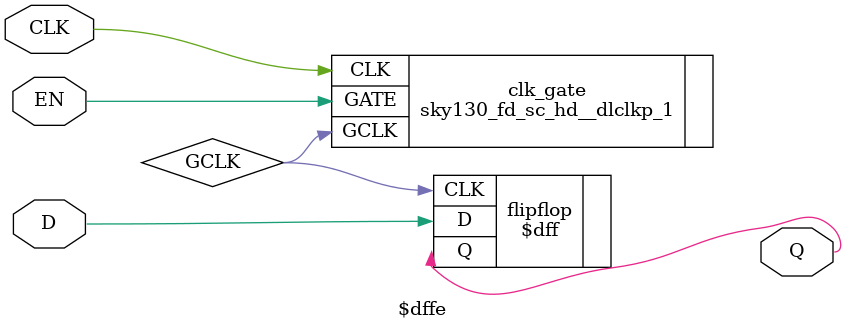
<source format=v>


module \$mul (A, B, Y);

 parameter A_SIGNED = 0; 
 parameter B_SIGNED = 0; 
 parameter A_WIDTH = 1; 
 parameter B_WIDTH = 1; 
 parameter Y_WIDTH = 1;

input [A_WIDTH-1:0] A; 
input [B_WIDTH-1:0] B; 
output [Y_WIDTH-1:0] Y;

wire _TECHMAP_FAIL_ = A_WIDTH != B_WIDTH || B_WIDTH != Y_WIDTH; 

MYMUL #( .WIDTH(Y_WIDTH) ) g ( .A(A), .B(B), .Y(Y) );

endmodule


module \$adffe (ARST, CLK, D, EN, Q);


parameter ARST_POLARITY =1'b1;
parameter ARST_VALUE  =1'b0;
parameter CLK_POLARITY =1'b1;
parameter EN_POLARITY =1'b1;
parameter WIDTH =1;


input ARST, CLK, EN;
input [WIDTH -1 :0] D; 
output [WIDTH -1 :0] Q;




wire GCLK;





generate


if (WIDTH < 4) begin

sky130_fd_sc_hd__dlclkp_1  clk_gate ( .GCLK(GCLK), .CLK(CLK), .GATE(EN) );

end
else if (WIDTH < 16) begin
sky130_fd_sc_hd__dlclkp_2  clk_gate ( .GCLK(GCLK), .CLK(CLK), .GATE(EN) );
end
else begin
sky130_fd_sc_hd__dlclkp_4  clk_gate ( .GCLK(GCLK), .CLK(CLK), .GATE(EN) );
end


endgenerate

$adff  #( 
        .WIDTH(WIDTH), 
        .CLK_POLARITY(CLK_POLARITY),
        .ARST_VALUE(ARST_VALUE) ,
        .ARST_POLARITY (ARST_POLARITY)
        ) 
        flipflop(  
 
        .CLK(GCLK), 
        .ARST(ARST),
        .D(D), 
        .Q(Q)
        );




endmodule



module \$dffe ( CLK, D, EN, Q);



parameter CLK_POLARITY =1'b1;
parameter EN_POLARITY =1'b1;
parameter WIDTH =1;


input  CLK, EN;
input [WIDTH -1:0] D; 
output [WIDTH -1:0] Q;




wire GCLK;
sky130_fd_sc_hd__dlclkp_1  clk_gate ( .GCLK(GCLK), .CLK(CLK), .GATE(EN) );

$dff  #( 
        .WIDTH(WIDTH), 
        .CLK_POLARITY(CLK_POLARITY),
        ) 
        flipflop(  
        .CLK(GCLK), 
        .D(D), 
        .Q(Q)
        );

endmodule


</source>
